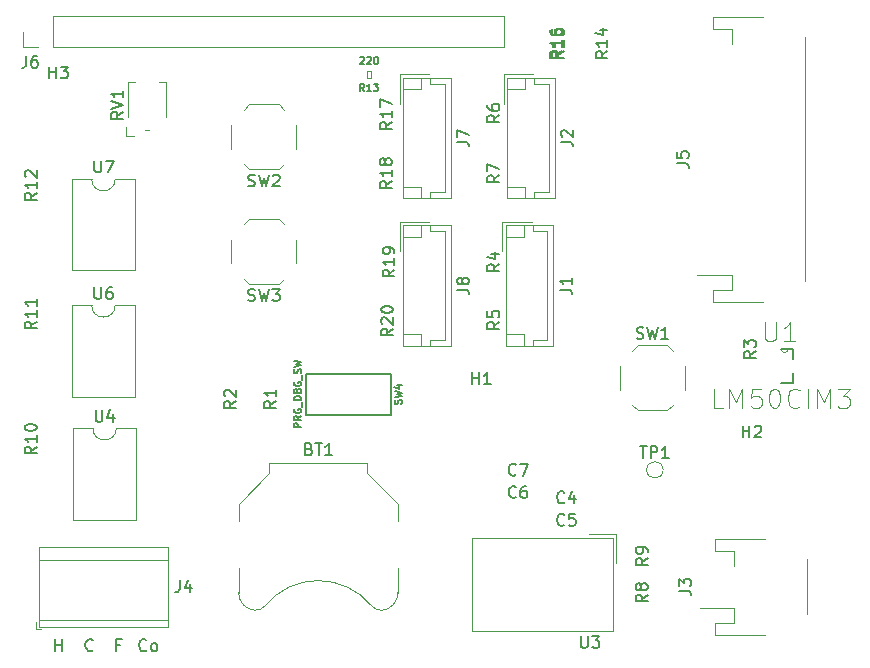
<source format=gbr>
G04 #@! TF.GenerationSoftware,KiCad,Pcbnew,(5.1.2)-2*
G04 #@! TF.CreationDate,2019-10-30T20:43:34-04:00*
G04 #@! TF.ProjectId,Thermostat_Layout,54686572-6d6f-4737-9461-745f4c61796f,rev?*
G04 #@! TF.SameCoordinates,Original*
G04 #@! TF.FileFunction,Legend,Top*
G04 #@! TF.FilePolarity,Positive*
%FSLAX46Y46*%
G04 Gerber Fmt 4.6, Leading zero omitted, Abs format (unit mm)*
G04 Created by KiCad (PCBNEW (5.1.2)-2) date 2019-10-30 20:43:34*
%MOMM*%
%LPD*%
G04 APERTURE LIST*
%ADD10C,0.150000*%
%ADD11C,0.100000*%
%ADD12C,0.152400*%
%ADD13C,0.120000*%
%ADD14C,0.203200*%
%ADD15C,0.066040*%
%ADD16C,0.050000*%
%ADD17C,0.127000*%
G04 APERTURE END LIST*
D10*
X127757142Y-122757142D02*
X127709523Y-122804761D01*
X127566666Y-122852380D01*
X127471428Y-122852380D01*
X127328571Y-122804761D01*
X127233333Y-122709523D01*
X127185714Y-122614285D01*
X127138095Y-122423809D01*
X127138095Y-122280952D01*
X127185714Y-122090476D01*
X127233333Y-121995238D01*
X127328571Y-121900000D01*
X127471428Y-121852380D01*
X127566666Y-121852380D01*
X127709523Y-121900000D01*
X127757142Y-121947619D01*
X128328571Y-122852380D02*
X128233333Y-122804761D01*
X128185714Y-122757142D01*
X128138095Y-122661904D01*
X128138095Y-122376190D01*
X128185714Y-122280952D01*
X128233333Y-122233333D01*
X128328571Y-122185714D01*
X128471428Y-122185714D01*
X128566666Y-122233333D01*
X128614285Y-122280952D01*
X128661904Y-122376190D01*
X128661904Y-122661904D01*
X128614285Y-122757142D01*
X128566666Y-122804761D01*
X128471428Y-122852380D01*
X128328571Y-122852380D01*
X125542857Y-122328571D02*
X125209523Y-122328571D01*
X125209523Y-122852380D02*
X125209523Y-121852380D01*
X125685714Y-121852380D01*
X123209523Y-122757142D02*
X123161904Y-122804761D01*
X123019047Y-122852380D01*
X122923809Y-122852380D01*
X122780952Y-122804761D01*
X122685714Y-122709523D01*
X122638095Y-122614285D01*
X122590476Y-122423809D01*
X122590476Y-122280952D01*
X122638095Y-122090476D01*
X122685714Y-121995238D01*
X122780952Y-121900000D01*
X122923809Y-121852380D01*
X123019047Y-121852380D01*
X123161904Y-121900000D01*
X123209523Y-121947619D01*
X120014285Y-122852380D02*
X120014285Y-121852380D01*
X120014285Y-122328571D02*
X120585714Y-122328571D01*
X120585714Y-122852380D02*
X120585714Y-121852380D01*
D11*
X182104800Y-97252194D02*
G75*
G02X181520600Y-97379200I-306178J1254D01*
G01*
D12*
X182104800Y-97252200D02*
X181444400Y-97252200D01*
X182460400Y-97252200D02*
X182104800Y-97252200D01*
X182460400Y-100147800D02*
X182460400Y-99309600D01*
X181444400Y-100147800D02*
X182460400Y-100147800D01*
X182460400Y-98090400D02*
X182460400Y-97252200D01*
D13*
X183710000Y-119740000D02*
X183710000Y-115060000D01*
X177490000Y-114360000D02*
X177490000Y-115640000D01*
X175890000Y-114360000D02*
X177490000Y-114360000D01*
X175890000Y-113340000D02*
X175890000Y-114360000D01*
X180140000Y-113340000D02*
X175890000Y-113340000D01*
X177490000Y-119160000D02*
X174600000Y-119160000D01*
X177490000Y-120440000D02*
X177490000Y-119160000D01*
X175890000Y-120440000D02*
X177490000Y-120440000D01*
X175890000Y-121460000D02*
X175890000Y-120440000D01*
X180140000Y-121460000D02*
X175890000Y-121460000D01*
X167220000Y-113280000D02*
X167220000Y-121130000D01*
X167220000Y-121130000D02*
X155280000Y-121130000D01*
X155280000Y-121130000D02*
X155280000Y-113280000D01*
X155280000Y-113280000D02*
X167220000Y-113280000D01*
X167550000Y-115400000D02*
X167550000Y-112950000D01*
X167550000Y-112950000D02*
X165220000Y-112950000D01*
X183510000Y-91540000D02*
X183510000Y-70860000D01*
X177290000Y-70160000D02*
X177290000Y-71440000D01*
X175690000Y-70160000D02*
X177290000Y-70160000D01*
X175690000Y-69140000D02*
X175690000Y-70160000D01*
X179940000Y-69140000D02*
X175690000Y-69140000D01*
X177290000Y-90960000D02*
X174400000Y-90960000D01*
X177290000Y-92240000D02*
X177290000Y-90960000D01*
X175690000Y-92240000D02*
X177290000Y-92240000D01*
X175690000Y-93260000D02*
X175690000Y-92240000D01*
X179940000Y-93260000D02*
X175690000Y-93260000D01*
X149190000Y-86490000D02*
X149190000Y-88990000D01*
X151690000Y-86490000D02*
X149190000Y-86490000D01*
X150990000Y-96010000D02*
X149490000Y-96010000D01*
X150990000Y-97010000D02*
X150990000Y-96010000D01*
X150990000Y-87790000D02*
X149490000Y-87790000D01*
X150990000Y-86790000D02*
X150990000Y-87790000D01*
X151800000Y-96510000D02*
X151800000Y-97010000D01*
X153010000Y-96510000D02*
X151800000Y-96510000D01*
X153010000Y-87290000D02*
X153010000Y-96510000D01*
X151800000Y-87290000D02*
X153010000Y-87290000D01*
X151800000Y-86790000D02*
X151800000Y-87290000D01*
X153510000Y-97010000D02*
X153510000Y-86790000D01*
X149490000Y-97010000D02*
X153510000Y-97010000D01*
X149490000Y-86790000D02*
X149490000Y-97010000D01*
X153510000Y-86790000D02*
X149490000Y-86790000D01*
X149190000Y-73990000D02*
X149190000Y-76490000D01*
X151690000Y-73990000D02*
X149190000Y-73990000D01*
X150990000Y-83510000D02*
X149490000Y-83510000D01*
X150990000Y-84510000D02*
X150990000Y-83510000D01*
X150990000Y-75290000D02*
X149490000Y-75290000D01*
X150990000Y-74290000D02*
X150990000Y-75290000D01*
X151800000Y-84010000D02*
X151800000Y-84510000D01*
X153010000Y-84010000D02*
X151800000Y-84010000D01*
X153010000Y-74790000D02*
X153010000Y-84010000D01*
X151800000Y-74790000D02*
X153010000Y-74790000D01*
X151800000Y-74290000D02*
X151800000Y-74790000D01*
X153510000Y-84510000D02*
X153510000Y-74290000D01*
X149490000Y-84510000D02*
X153510000Y-84510000D01*
X149490000Y-74290000D02*
X149490000Y-84510000D01*
X153510000Y-74290000D02*
X149490000Y-74290000D01*
X157990000Y-73990000D02*
X157990000Y-76490000D01*
X160490000Y-73990000D02*
X157990000Y-73990000D01*
X159790000Y-83510000D02*
X158290000Y-83510000D01*
X159790000Y-84510000D02*
X159790000Y-83510000D01*
X159790000Y-75290000D02*
X158290000Y-75290000D01*
X159790000Y-74290000D02*
X159790000Y-75290000D01*
X160600000Y-84010000D02*
X160600000Y-84510000D01*
X161810000Y-84010000D02*
X160600000Y-84010000D01*
X161810000Y-74790000D02*
X161810000Y-84010000D01*
X160600000Y-74790000D02*
X161810000Y-74790000D01*
X160600000Y-74290000D02*
X160600000Y-74790000D01*
X162310000Y-84510000D02*
X162310000Y-74290000D01*
X158290000Y-84510000D02*
X162310000Y-84510000D01*
X158290000Y-74290000D02*
X158290000Y-84510000D01*
X162310000Y-74290000D02*
X158290000Y-74290000D01*
X157890000Y-86490000D02*
X157890000Y-88990000D01*
X160390000Y-86490000D02*
X157890000Y-86490000D01*
X159690000Y-96010000D02*
X158190000Y-96010000D01*
X159690000Y-97010000D02*
X159690000Y-96010000D01*
X159690000Y-87790000D02*
X158190000Y-87790000D01*
X159690000Y-86790000D02*
X159690000Y-87790000D01*
X160500000Y-96510000D02*
X160500000Y-97010000D01*
X161710000Y-96510000D02*
X160500000Y-96510000D01*
X161710000Y-87290000D02*
X161710000Y-96510000D01*
X160500000Y-87290000D02*
X161710000Y-87290000D01*
X160500000Y-86790000D02*
X160500000Y-87290000D01*
X162210000Y-97010000D02*
X162210000Y-86790000D01*
X158190000Y-97010000D02*
X162210000Y-97010000D01*
X158190000Y-86790000D02*
X158190000Y-97010000D01*
X162210000Y-86790000D02*
X158190000Y-86790000D01*
X126760000Y-93570000D02*
X125110000Y-93570000D01*
X126760000Y-101310000D02*
X126760000Y-93570000D01*
X121460000Y-101310000D02*
X126760000Y-101310000D01*
X121460000Y-93570000D02*
X121460000Y-101310000D01*
X123110000Y-93570000D02*
X121460000Y-93570000D01*
X125110000Y-93570000D02*
G75*
G02X123110000Y-93570000I-1000000J0D01*
G01*
X126860000Y-103970000D02*
X125210000Y-103970000D01*
X126860000Y-111710000D02*
X126860000Y-103970000D01*
X121560000Y-111710000D02*
X126860000Y-111710000D01*
X121560000Y-103970000D02*
X121560000Y-111710000D01*
X123210000Y-103970000D02*
X121560000Y-103970000D01*
X125210000Y-103970000D02*
G75*
G02X123210000Y-103970000I-1000000J0D01*
G01*
D14*
X141300820Y-102847520D02*
X148499180Y-102847520D01*
X141300820Y-99352480D02*
X141300820Y-102847520D01*
X148499180Y-99352480D02*
X141300820Y-99352480D01*
X148499180Y-102847520D02*
X148499180Y-99352480D01*
D13*
X138950000Y-91750000D02*
X136450000Y-91750000D01*
X140450000Y-90000000D02*
X140450000Y-88000000D01*
X138950000Y-86250000D02*
X136450000Y-86250000D01*
X134950000Y-90000000D02*
X134950000Y-88000000D01*
X139400000Y-91300000D02*
X138950000Y-91750000D01*
X136000000Y-91300000D02*
X136450000Y-91750000D01*
X136000000Y-86700000D02*
X136450000Y-86250000D01*
X139400000Y-86700000D02*
X138950000Y-86250000D01*
X138950000Y-82050000D02*
X136450000Y-82050000D01*
X140450000Y-80300000D02*
X140450000Y-78300000D01*
X138950000Y-76550000D02*
X136450000Y-76550000D01*
X134950000Y-80300000D02*
X134950000Y-78300000D01*
X139400000Y-81600000D02*
X138950000Y-82050000D01*
X136000000Y-81600000D02*
X136450000Y-82050000D01*
X136000000Y-77000000D02*
X136450000Y-76550000D01*
X139400000Y-77000000D02*
X138950000Y-76550000D01*
D15*
X146798120Y-73700280D02*
X146798120Y-74299720D01*
X146798120Y-74299720D02*
X146401880Y-74299720D01*
X146401880Y-73700280D02*
X146401880Y-74299720D01*
X146798120Y-73700280D02*
X146401880Y-73700280D01*
D13*
X117270000Y-71730000D02*
X117270000Y-70400000D01*
X118600000Y-71730000D02*
X117270000Y-71730000D01*
X119870000Y-71730000D02*
X119870000Y-69070000D01*
X119870000Y-69070000D02*
X158030000Y-69070000D01*
X119870000Y-71730000D02*
X158030000Y-71730000D01*
X158030000Y-71730000D02*
X158030000Y-69070000D01*
X118440000Y-121010000D02*
X118840000Y-121010000D01*
X118440000Y-120370000D02*
X118440000Y-121010000D01*
X129541000Y-114030000D02*
X129541000Y-120770000D01*
X118680000Y-114030000D02*
X118680000Y-120770000D01*
X118680000Y-120770000D02*
X129541000Y-120770000D01*
X118680000Y-114030000D02*
X129541000Y-114030000D01*
X118680000Y-115150000D02*
X129541000Y-115150000D01*
X118680000Y-120250000D02*
X129541000Y-120250000D01*
X126760000Y-82870000D02*
X125110000Y-82870000D01*
X126760000Y-90610000D02*
X126760000Y-82870000D01*
X121460000Y-90610000D02*
X126760000Y-90610000D01*
X121460000Y-82870000D02*
X121460000Y-90610000D01*
X123110000Y-82870000D02*
X121460000Y-82870000D01*
X125110000Y-82870000D02*
G75*
G02X123110000Y-82870000I-1000000J0D01*
G01*
X171500000Y-107500000D02*
G75*
G03X171500000Y-107500000I-700000J0D01*
G01*
X169350000Y-96950000D02*
X171850000Y-96950000D01*
X167850000Y-98700000D02*
X167850000Y-100700000D01*
X169350000Y-102450000D02*
X171850000Y-102450000D01*
X173350000Y-98700000D02*
X173350000Y-100700000D01*
X168900000Y-97400000D02*
X169350000Y-96950000D01*
X172300000Y-97400000D02*
X171850000Y-96950000D01*
X172300000Y-102000000D02*
X171850000Y-102450000D01*
X168900000Y-102000000D02*
X169350000Y-102450000D01*
X126000000Y-79200000D02*
X126700000Y-79200000D01*
X126000000Y-78500000D02*
X126000000Y-79200000D01*
X129400000Y-74700000D02*
X128800000Y-74700000D01*
X129400000Y-77600000D02*
X129400000Y-74700000D01*
X126200000Y-74700000D02*
X126800000Y-74700000D01*
X126200000Y-77600000D02*
X126200000Y-74700000D01*
X127600000Y-78700000D02*
X128000000Y-78700000D01*
X149050000Y-110350000D02*
X149050000Y-111800000D01*
X146450000Y-107750000D02*
X149050000Y-110350000D01*
X146450000Y-106950000D02*
X146450000Y-107750000D01*
X138150000Y-106950000D02*
X146450000Y-106950000D01*
X138150000Y-107750000D02*
X138150000Y-106950000D01*
X135550000Y-110350000D02*
X138150000Y-107750000D01*
X135550000Y-111800000D02*
X135550000Y-110350000D01*
X135550000Y-115800000D02*
X135550000Y-117900000D01*
X149050000Y-115800000D02*
X149050000Y-117900000D01*
X135550000Y-117850000D02*
G75*
G03X137000000Y-119400000I1500000J-50000D01*
G01*
X149050000Y-117850000D02*
G75*
G02X147600000Y-119400000I-1500000J-50000D01*
G01*
X146790661Y-118988671D02*
G75*
G03X137800000Y-119000000I-4490661J-3711329D01*
G01*
X136885385Y-119384160D02*
G75*
G03X137800000Y-119000000I124615J984160D01*
G01*
X147714615Y-119384160D02*
G75*
G02X146800000Y-119000000I-124615J984160D01*
G01*
D16*
X180091232Y-94978051D02*
X180091232Y-96307257D01*
X180169421Y-96463634D01*
X180247610Y-96541822D01*
X180403987Y-96620011D01*
X180716741Y-96620011D01*
X180873118Y-96541822D01*
X180951307Y-96463634D01*
X181029495Y-96307257D01*
X181029495Y-94978051D01*
X182671455Y-96620011D02*
X181733192Y-96620011D01*
X182202324Y-96620011D02*
X182202324Y-94978051D01*
X182045947Y-95212617D01*
X181889570Y-95368994D01*
X181733192Y-95447182D01*
X176569020Y-102265512D02*
X175787143Y-102265512D01*
X175787143Y-100623572D01*
X177116333Y-102265512D02*
X177116333Y-100623572D01*
X177663646Y-101796386D01*
X178210960Y-100623572D01*
X178210960Y-102265512D01*
X179774712Y-100623572D02*
X178992836Y-100623572D01*
X178914648Y-101405448D01*
X178992836Y-101327260D01*
X179149211Y-101249073D01*
X179540149Y-101249073D01*
X179696524Y-101327260D01*
X179774712Y-101405448D01*
X179852900Y-101561823D01*
X179852900Y-101952761D01*
X179774712Y-102109137D01*
X179696524Y-102187324D01*
X179540149Y-102265512D01*
X179149211Y-102265512D01*
X178992836Y-102187324D01*
X178914648Y-102109137D01*
X180869339Y-100623572D02*
X181025714Y-100623572D01*
X181182089Y-100701760D01*
X181260277Y-100779947D01*
X181338464Y-100936322D01*
X181416652Y-101249073D01*
X181416652Y-101640011D01*
X181338464Y-101952761D01*
X181260277Y-102109137D01*
X181182089Y-102187324D01*
X181025714Y-102265512D01*
X180869339Y-102265512D01*
X180712963Y-102187324D01*
X180634776Y-102109137D01*
X180556588Y-101952761D01*
X180478400Y-101640011D01*
X180478400Y-101249073D01*
X180556588Y-100936322D01*
X180634776Y-100779947D01*
X180712963Y-100701760D01*
X180869339Y-100623572D01*
X183058592Y-102109137D02*
X182980404Y-102187324D01*
X182745841Y-102265512D01*
X182589466Y-102265512D01*
X182354903Y-102187324D01*
X182198528Y-102030949D01*
X182120340Y-101874574D01*
X182042153Y-101561823D01*
X182042153Y-101327260D01*
X182120340Y-101014510D01*
X182198528Y-100858135D01*
X182354903Y-100701760D01*
X182589466Y-100623572D01*
X182745841Y-100623572D01*
X182980404Y-100701760D01*
X183058592Y-100779947D01*
X183762280Y-102265512D02*
X183762280Y-100623572D01*
X184544157Y-102265512D02*
X184544157Y-100623572D01*
X185091470Y-101796386D01*
X185638783Y-100623572D01*
X185638783Y-102265512D01*
X186264284Y-100623572D02*
X187280723Y-100623572D01*
X186733410Y-101249073D01*
X186967973Y-101249073D01*
X187124348Y-101327260D01*
X187202536Y-101405448D01*
X187280723Y-101561823D01*
X187280723Y-101952761D01*
X187202536Y-102109137D01*
X187124348Y-102187324D01*
X186967973Y-102265512D01*
X186498847Y-102265512D01*
X186342472Y-102187324D01*
X186264284Y-102109137D01*
D10*
X119538095Y-74352380D02*
X119538095Y-73352380D01*
X119538095Y-73828571D02*
X120109523Y-73828571D01*
X120109523Y-74352380D02*
X120109523Y-73352380D01*
X120490476Y-73352380D02*
X121109523Y-73352380D01*
X120776190Y-73733333D01*
X120919047Y-73733333D01*
X121014285Y-73780952D01*
X121061904Y-73828571D01*
X121109523Y-73923809D01*
X121109523Y-74161904D01*
X121061904Y-74257142D01*
X121014285Y-74304761D01*
X120919047Y-74352380D01*
X120633333Y-74352380D01*
X120538095Y-74304761D01*
X120490476Y-74257142D01*
X178238095Y-104752380D02*
X178238095Y-103752380D01*
X178238095Y-104228571D02*
X178809523Y-104228571D01*
X178809523Y-104752380D02*
X178809523Y-103752380D01*
X179238095Y-103847619D02*
X179285714Y-103800000D01*
X179380952Y-103752380D01*
X179619047Y-103752380D01*
X179714285Y-103800000D01*
X179761904Y-103847619D01*
X179809523Y-103942857D01*
X179809523Y-104038095D01*
X179761904Y-104180952D01*
X179190476Y-104752380D01*
X179809523Y-104752380D01*
X155338095Y-100252380D02*
X155338095Y-99252380D01*
X155338095Y-99728571D02*
X155909523Y-99728571D01*
X155909523Y-100252380D02*
X155909523Y-99252380D01*
X156909523Y-100252380D02*
X156338095Y-100252380D01*
X156623809Y-100252380D02*
X156623809Y-99252380D01*
X156528571Y-99395238D01*
X156433333Y-99490476D01*
X156338095Y-99538095D01*
X172852380Y-117733333D02*
X173566666Y-117733333D01*
X173709523Y-117780952D01*
X173804761Y-117876190D01*
X173852380Y-118019047D01*
X173852380Y-118114285D01*
X172852380Y-117352380D02*
X172852380Y-116733333D01*
X173233333Y-117066666D01*
X173233333Y-116923809D01*
X173280952Y-116828571D01*
X173328571Y-116780952D01*
X173423809Y-116733333D01*
X173661904Y-116733333D01*
X173757142Y-116780952D01*
X173804761Y-116828571D01*
X173852380Y-116923809D01*
X173852380Y-117209523D01*
X173804761Y-117304761D01*
X173757142Y-117352380D01*
X164538095Y-121562380D02*
X164538095Y-122371904D01*
X164585714Y-122467142D01*
X164633333Y-122514761D01*
X164728571Y-122562380D01*
X164919047Y-122562380D01*
X165014285Y-122514761D01*
X165061904Y-122467142D01*
X165109523Y-122371904D01*
X165109523Y-121562380D01*
X165490476Y-121562380D02*
X166109523Y-121562380D01*
X165776190Y-121943333D01*
X165919047Y-121943333D01*
X166014285Y-121990952D01*
X166061904Y-122038571D01*
X166109523Y-122133809D01*
X166109523Y-122371904D01*
X166061904Y-122467142D01*
X166014285Y-122514761D01*
X165919047Y-122562380D01*
X165633333Y-122562380D01*
X165538095Y-122514761D01*
X165490476Y-122467142D01*
X172652380Y-81533333D02*
X173366666Y-81533333D01*
X173509523Y-81580952D01*
X173604761Y-81676190D01*
X173652380Y-81819047D01*
X173652380Y-81914285D01*
X172652380Y-80580952D02*
X172652380Y-81057142D01*
X173128571Y-81104761D01*
X173080952Y-81057142D01*
X173033333Y-80961904D01*
X173033333Y-80723809D01*
X173080952Y-80628571D01*
X173128571Y-80580952D01*
X173223809Y-80533333D01*
X173461904Y-80533333D01*
X173557142Y-80580952D01*
X173604761Y-80628571D01*
X173652380Y-80723809D01*
X173652380Y-80961904D01*
X173604761Y-81057142D01*
X173557142Y-81104761D01*
X154052380Y-92233333D02*
X154766666Y-92233333D01*
X154909523Y-92280952D01*
X155004761Y-92376190D01*
X155052380Y-92519047D01*
X155052380Y-92614285D01*
X154480952Y-91614285D02*
X154433333Y-91709523D01*
X154385714Y-91757142D01*
X154290476Y-91804761D01*
X154242857Y-91804761D01*
X154147619Y-91757142D01*
X154100000Y-91709523D01*
X154052380Y-91614285D01*
X154052380Y-91423809D01*
X154100000Y-91328571D01*
X154147619Y-91280952D01*
X154242857Y-91233333D01*
X154290476Y-91233333D01*
X154385714Y-91280952D01*
X154433333Y-91328571D01*
X154480952Y-91423809D01*
X154480952Y-91614285D01*
X154528571Y-91709523D01*
X154576190Y-91757142D01*
X154671428Y-91804761D01*
X154861904Y-91804761D01*
X154957142Y-91757142D01*
X155004761Y-91709523D01*
X155052380Y-91614285D01*
X155052380Y-91423809D01*
X155004761Y-91328571D01*
X154957142Y-91280952D01*
X154861904Y-91233333D01*
X154671428Y-91233333D01*
X154576190Y-91280952D01*
X154528571Y-91328571D01*
X154480952Y-91423809D01*
X154052380Y-79733333D02*
X154766666Y-79733333D01*
X154909523Y-79780952D01*
X155004761Y-79876190D01*
X155052380Y-80019047D01*
X155052380Y-80114285D01*
X154052380Y-79352380D02*
X154052380Y-78685714D01*
X155052380Y-79114285D01*
X162852380Y-79733333D02*
X163566666Y-79733333D01*
X163709523Y-79780952D01*
X163804761Y-79876190D01*
X163852380Y-80019047D01*
X163852380Y-80114285D01*
X162947619Y-79304761D02*
X162900000Y-79257142D01*
X162852380Y-79161904D01*
X162852380Y-78923809D01*
X162900000Y-78828571D01*
X162947619Y-78780952D01*
X163042857Y-78733333D01*
X163138095Y-78733333D01*
X163280952Y-78780952D01*
X163852380Y-79352380D01*
X163852380Y-78733333D01*
X162752380Y-92233333D02*
X163466666Y-92233333D01*
X163609523Y-92280952D01*
X163704761Y-92376190D01*
X163752380Y-92519047D01*
X163752380Y-92614285D01*
X163752380Y-91233333D02*
X163752380Y-91804761D01*
X163752380Y-91519047D02*
X162752380Y-91519047D01*
X162895238Y-91614285D01*
X162990476Y-91709523D01*
X163038095Y-91804761D01*
X123348095Y-92022380D02*
X123348095Y-92831904D01*
X123395714Y-92927142D01*
X123443333Y-92974761D01*
X123538571Y-93022380D01*
X123729047Y-93022380D01*
X123824285Y-92974761D01*
X123871904Y-92927142D01*
X123919523Y-92831904D01*
X123919523Y-92022380D01*
X124824285Y-92022380D02*
X124633809Y-92022380D01*
X124538571Y-92070000D01*
X124490952Y-92117619D01*
X124395714Y-92260476D01*
X124348095Y-92450952D01*
X124348095Y-92831904D01*
X124395714Y-92927142D01*
X124443333Y-92974761D01*
X124538571Y-93022380D01*
X124729047Y-93022380D01*
X124824285Y-92974761D01*
X124871904Y-92927142D01*
X124919523Y-92831904D01*
X124919523Y-92593809D01*
X124871904Y-92498571D01*
X124824285Y-92450952D01*
X124729047Y-92403333D01*
X124538571Y-92403333D01*
X124443333Y-92450952D01*
X124395714Y-92498571D01*
X124348095Y-92593809D01*
X123448095Y-102422380D02*
X123448095Y-103231904D01*
X123495714Y-103327142D01*
X123543333Y-103374761D01*
X123638571Y-103422380D01*
X123829047Y-103422380D01*
X123924285Y-103374761D01*
X123971904Y-103327142D01*
X124019523Y-103231904D01*
X124019523Y-102422380D01*
X124924285Y-102755714D02*
X124924285Y-103422380D01*
X124686190Y-102374761D02*
X124448095Y-103089047D01*
X125067142Y-103089047D01*
D17*
X149337742Y-101912800D02*
X149366771Y-101825714D01*
X149366771Y-101680571D01*
X149337742Y-101622514D01*
X149308714Y-101593485D01*
X149250657Y-101564457D01*
X149192600Y-101564457D01*
X149134542Y-101593485D01*
X149105514Y-101622514D01*
X149076485Y-101680571D01*
X149047457Y-101796685D01*
X149018428Y-101854742D01*
X148989400Y-101883771D01*
X148931342Y-101912800D01*
X148873285Y-101912800D01*
X148815228Y-101883771D01*
X148786200Y-101854742D01*
X148757171Y-101796685D01*
X148757171Y-101651542D01*
X148786200Y-101564457D01*
X148757171Y-101361257D02*
X149366771Y-101216114D01*
X148931342Y-101100000D01*
X149366771Y-100983885D01*
X148757171Y-100838742D01*
X148960371Y-100345257D02*
X149366771Y-100345257D01*
X148728142Y-100490400D02*
X149163571Y-100635542D01*
X149163571Y-100258171D01*
X140857771Y-103886742D02*
X140248171Y-103886742D01*
X140248171Y-103654514D01*
X140277200Y-103596457D01*
X140306228Y-103567428D01*
X140364285Y-103538400D01*
X140451371Y-103538400D01*
X140509428Y-103567428D01*
X140538457Y-103596457D01*
X140567485Y-103654514D01*
X140567485Y-103886742D01*
X140857771Y-102928800D02*
X140567485Y-103132000D01*
X140857771Y-103277142D02*
X140248171Y-103277142D01*
X140248171Y-103044914D01*
X140277200Y-102986857D01*
X140306228Y-102957828D01*
X140364285Y-102928800D01*
X140451371Y-102928800D01*
X140509428Y-102957828D01*
X140538457Y-102986857D01*
X140567485Y-103044914D01*
X140567485Y-103277142D01*
X140277200Y-102348228D02*
X140248171Y-102406285D01*
X140248171Y-102493371D01*
X140277200Y-102580457D01*
X140335257Y-102638514D01*
X140393314Y-102667542D01*
X140509428Y-102696571D01*
X140596514Y-102696571D01*
X140712628Y-102667542D01*
X140770685Y-102638514D01*
X140828742Y-102580457D01*
X140857771Y-102493371D01*
X140857771Y-102435314D01*
X140828742Y-102348228D01*
X140799714Y-102319200D01*
X140596514Y-102319200D01*
X140596514Y-102435314D01*
X140915828Y-102203085D02*
X140915828Y-101738628D01*
X140857771Y-101593485D02*
X140248171Y-101593485D01*
X140248171Y-101448342D01*
X140277200Y-101361257D01*
X140335257Y-101303200D01*
X140393314Y-101274171D01*
X140509428Y-101245142D01*
X140596514Y-101245142D01*
X140712628Y-101274171D01*
X140770685Y-101303200D01*
X140828742Y-101361257D01*
X140857771Y-101448342D01*
X140857771Y-101593485D01*
X140538457Y-100780685D02*
X140567485Y-100693600D01*
X140596514Y-100664571D01*
X140654571Y-100635542D01*
X140741657Y-100635542D01*
X140799714Y-100664571D01*
X140828742Y-100693600D01*
X140857771Y-100751657D01*
X140857771Y-100983885D01*
X140248171Y-100983885D01*
X140248171Y-100780685D01*
X140277200Y-100722628D01*
X140306228Y-100693600D01*
X140364285Y-100664571D01*
X140422342Y-100664571D01*
X140480400Y-100693600D01*
X140509428Y-100722628D01*
X140538457Y-100780685D01*
X140538457Y-100983885D01*
X140277200Y-100054971D02*
X140248171Y-100113028D01*
X140248171Y-100200114D01*
X140277200Y-100287200D01*
X140335257Y-100345257D01*
X140393314Y-100374285D01*
X140509428Y-100403314D01*
X140596514Y-100403314D01*
X140712628Y-100374285D01*
X140770685Y-100345257D01*
X140828742Y-100287200D01*
X140857771Y-100200114D01*
X140857771Y-100142057D01*
X140828742Y-100054971D01*
X140799714Y-100025942D01*
X140596514Y-100025942D01*
X140596514Y-100142057D01*
X140915828Y-99909828D02*
X140915828Y-99445371D01*
X140828742Y-99329257D02*
X140857771Y-99242171D01*
X140857771Y-99097028D01*
X140828742Y-99038971D01*
X140799714Y-99009942D01*
X140741657Y-98980914D01*
X140683600Y-98980914D01*
X140625542Y-99009942D01*
X140596514Y-99038971D01*
X140567485Y-99097028D01*
X140538457Y-99213142D01*
X140509428Y-99271200D01*
X140480400Y-99300228D01*
X140422342Y-99329257D01*
X140364285Y-99329257D01*
X140306228Y-99300228D01*
X140277200Y-99271200D01*
X140248171Y-99213142D01*
X140248171Y-99068000D01*
X140277200Y-98980914D01*
X140248171Y-98777714D02*
X140857771Y-98632571D01*
X140422342Y-98516457D01*
X140857771Y-98400342D01*
X140248171Y-98255200D01*
D10*
X136366666Y-93154761D02*
X136509523Y-93202380D01*
X136747619Y-93202380D01*
X136842857Y-93154761D01*
X136890476Y-93107142D01*
X136938095Y-93011904D01*
X136938095Y-92916666D01*
X136890476Y-92821428D01*
X136842857Y-92773809D01*
X136747619Y-92726190D01*
X136557142Y-92678571D01*
X136461904Y-92630952D01*
X136414285Y-92583333D01*
X136366666Y-92488095D01*
X136366666Y-92392857D01*
X136414285Y-92297619D01*
X136461904Y-92250000D01*
X136557142Y-92202380D01*
X136795238Y-92202380D01*
X136938095Y-92250000D01*
X137271428Y-92202380D02*
X137509523Y-93202380D01*
X137700000Y-92488095D01*
X137890476Y-93202380D01*
X138128571Y-92202380D01*
X138414285Y-92202380D02*
X139033333Y-92202380D01*
X138700000Y-92583333D01*
X138842857Y-92583333D01*
X138938095Y-92630952D01*
X138985714Y-92678571D01*
X139033333Y-92773809D01*
X139033333Y-93011904D01*
X138985714Y-93107142D01*
X138938095Y-93154761D01*
X138842857Y-93202380D01*
X138557142Y-93202380D01*
X138461904Y-93154761D01*
X138414285Y-93107142D01*
X136366666Y-83454761D02*
X136509523Y-83502380D01*
X136747619Y-83502380D01*
X136842857Y-83454761D01*
X136890476Y-83407142D01*
X136938095Y-83311904D01*
X136938095Y-83216666D01*
X136890476Y-83121428D01*
X136842857Y-83073809D01*
X136747619Y-83026190D01*
X136557142Y-82978571D01*
X136461904Y-82930952D01*
X136414285Y-82883333D01*
X136366666Y-82788095D01*
X136366666Y-82692857D01*
X136414285Y-82597619D01*
X136461904Y-82550000D01*
X136557142Y-82502380D01*
X136795238Y-82502380D01*
X136938095Y-82550000D01*
X137271428Y-82502380D02*
X137509523Y-83502380D01*
X137700000Y-82788095D01*
X137890476Y-83502380D01*
X138128571Y-82502380D01*
X138461904Y-82597619D02*
X138509523Y-82550000D01*
X138604761Y-82502380D01*
X138842857Y-82502380D01*
X138938095Y-82550000D01*
X138985714Y-82597619D01*
X139033333Y-82692857D01*
X139033333Y-82788095D01*
X138985714Y-82930952D01*
X138414285Y-83502380D01*
X139033333Y-83502380D01*
X148622380Y-95542857D02*
X148146190Y-95876190D01*
X148622380Y-96114285D02*
X147622380Y-96114285D01*
X147622380Y-95733333D01*
X147670000Y-95638095D01*
X147717619Y-95590476D01*
X147812857Y-95542857D01*
X147955714Y-95542857D01*
X148050952Y-95590476D01*
X148098571Y-95638095D01*
X148146190Y-95733333D01*
X148146190Y-96114285D01*
X147717619Y-95161904D02*
X147670000Y-95114285D01*
X147622380Y-95019047D01*
X147622380Y-94780952D01*
X147670000Y-94685714D01*
X147717619Y-94638095D01*
X147812857Y-94590476D01*
X147908095Y-94590476D01*
X148050952Y-94638095D01*
X148622380Y-95209523D01*
X148622380Y-94590476D01*
X147622380Y-93971428D02*
X147622380Y-93876190D01*
X147670000Y-93780952D01*
X147717619Y-93733333D01*
X147812857Y-93685714D01*
X148003333Y-93638095D01*
X148241428Y-93638095D01*
X148431904Y-93685714D01*
X148527142Y-93733333D01*
X148574761Y-93780952D01*
X148622380Y-93876190D01*
X148622380Y-93971428D01*
X148574761Y-94066666D01*
X148527142Y-94114285D01*
X148431904Y-94161904D01*
X148241428Y-94209523D01*
X148003333Y-94209523D01*
X147812857Y-94161904D01*
X147717619Y-94114285D01*
X147670000Y-94066666D01*
X147622380Y-93971428D01*
X148752380Y-90542857D02*
X148276190Y-90876190D01*
X148752380Y-91114285D02*
X147752380Y-91114285D01*
X147752380Y-90733333D01*
X147800000Y-90638095D01*
X147847619Y-90590476D01*
X147942857Y-90542857D01*
X148085714Y-90542857D01*
X148180952Y-90590476D01*
X148228571Y-90638095D01*
X148276190Y-90733333D01*
X148276190Y-91114285D01*
X148752380Y-89590476D02*
X148752380Y-90161904D01*
X148752380Y-89876190D02*
X147752380Y-89876190D01*
X147895238Y-89971428D01*
X147990476Y-90066666D01*
X148038095Y-90161904D01*
X148752380Y-89114285D02*
X148752380Y-88923809D01*
X148704761Y-88828571D01*
X148657142Y-88780952D01*
X148514285Y-88685714D01*
X148323809Y-88638095D01*
X147942857Y-88638095D01*
X147847619Y-88685714D01*
X147800000Y-88733333D01*
X147752380Y-88828571D01*
X147752380Y-89019047D01*
X147800000Y-89114285D01*
X147847619Y-89161904D01*
X147942857Y-89209523D01*
X148180952Y-89209523D01*
X148276190Y-89161904D01*
X148323809Y-89114285D01*
X148371428Y-89019047D01*
X148371428Y-88828571D01*
X148323809Y-88733333D01*
X148276190Y-88685714D01*
X148180952Y-88638095D01*
X148522380Y-83042857D02*
X148046190Y-83376190D01*
X148522380Y-83614285D02*
X147522380Y-83614285D01*
X147522380Y-83233333D01*
X147570000Y-83138095D01*
X147617619Y-83090476D01*
X147712857Y-83042857D01*
X147855714Y-83042857D01*
X147950952Y-83090476D01*
X147998571Y-83138095D01*
X148046190Y-83233333D01*
X148046190Y-83614285D01*
X148522380Y-82090476D02*
X148522380Y-82661904D01*
X148522380Y-82376190D02*
X147522380Y-82376190D01*
X147665238Y-82471428D01*
X147760476Y-82566666D01*
X147808095Y-82661904D01*
X147950952Y-81519047D02*
X147903333Y-81614285D01*
X147855714Y-81661904D01*
X147760476Y-81709523D01*
X147712857Y-81709523D01*
X147617619Y-81661904D01*
X147570000Y-81614285D01*
X147522380Y-81519047D01*
X147522380Y-81328571D01*
X147570000Y-81233333D01*
X147617619Y-81185714D01*
X147712857Y-81138095D01*
X147760476Y-81138095D01*
X147855714Y-81185714D01*
X147903333Y-81233333D01*
X147950952Y-81328571D01*
X147950952Y-81519047D01*
X147998571Y-81614285D01*
X148046190Y-81661904D01*
X148141428Y-81709523D01*
X148331904Y-81709523D01*
X148427142Y-81661904D01*
X148474761Y-81614285D01*
X148522380Y-81519047D01*
X148522380Y-81328571D01*
X148474761Y-81233333D01*
X148427142Y-81185714D01*
X148331904Y-81138095D01*
X148141428Y-81138095D01*
X148046190Y-81185714D01*
X147998571Y-81233333D01*
X147950952Y-81328571D01*
X148522380Y-78042857D02*
X148046190Y-78376190D01*
X148522380Y-78614285D02*
X147522380Y-78614285D01*
X147522380Y-78233333D01*
X147570000Y-78138095D01*
X147617619Y-78090476D01*
X147712857Y-78042857D01*
X147855714Y-78042857D01*
X147950952Y-78090476D01*
X147998571Y-78138095D01*
X148046190Y-78233333D01*
X148046190Y-78614285D01*
X148522380Y-77090476D02*
X148522380Y-77661904D01*
X148522380Y-77376190D02*
X147522380Y-77376190D01*
X147665238Y-77471428D01*
X147760476Y-77566666D01*
X147808095Y-77661904D01*
X147522380Y-76757142D02*
X147522380Y-76090476D01*
X148522380Y-76519047D01*
X162922380Y-72042857D02*
X162446190Y-72376190D01*
X162922380Y-72614285D02*
X161922380Y-72614285D01*
X161922380Y-72233333D01*
X161970000Y-72138095D01*
X162017619Y-72090476D01*
X162112857Y-72042857D01*
X162255714Y-72042857D01*
X162350952Y-72090476D01*
X162398571Y-72138095D01*
X162446190Y-72233333D01*
X162446190Y-72614285D01*
X162922380Y-71090476D02*
X162922380Y-71661904D01*
X162922380Y-71376190D02*
X161922380Y-71376190D01*
X162065238Y-71471428D01*
X162160476Y-71566666D01*
X162208095Y-71661904D01*
X161922380Y-70233333D02*
X161922380Y-70423809D01*
X161970000Y-70519047D01*
X162017619Y-70566666D01*
X162160476Y-70661904D01*
X162350952Y-70709523D01*
X162731904Y-70709523D01*
X162827142Y-70661904D01*
X162874761Y-70614285D01*
X162922380Y-70519047D01*
X162922380Y-70328571D01*
X162874761Y-70233333D01*
X162827142Y-70185714D01*
X162731904Y-70138095D01*
X162493809Y-70138095D01*
X162398571Y-70185714D01*
X162350952Y-70233333D01*
X162303333Y-70328571D01*
X162303333Y-70519047D01*
X162350952Y-70614285D01*
X162398571Y-70661904D01*
X162493809Y-70709523D01*
X163082380Y-72042857D02*
X162606190Y-72376190D01*
X163082380Y-72614285D02*
X162082380Y-72614285D01*
X162082380Y-72233333D01*
X162130000Y-72138095D01*
X162177619Y-72090476D01*
X162272857Y-72042857D01*
X162415714Y-72042857D01*
X162510952Y-72090476D01*
X162558571Y-72138095D01*
X162606190Y-72233333D01*
X162606190Y-72614285D01*
X163082380Y-71090476D02*
X163082380Y-71661904D01*
X163082380Y-71376190D02*
X162082380Y-71376190D01*
X162225238Y-71471428D01*
X162320476Y-71566666D01*
X162368095Y-71661904D01*
X162082380Y-70185714D02*
X162082380Y-70661904D01*
X162558571Y-70709523D01*
X162510952Y-70661904D01*
X162463333Y-70566666D01*
X162463333Y-70328571D01*
X162510952Y-70233333D01*
X162558571Y-70185714D01*
X162653809Y-70138095D01*
X162891904Y-70138095D01*
X162987142Y-70185714D01*
X163034761Y-70233333D01*
X163082380Y-70328571D01*
X163082380Y-70566666D01*
X163034761Y-70661904D01*
X162987142Y-70709523D01*
X166782380Y-72042857D02*
X166306190Y-72376190D01*
X166782380Y-72614285D02*
X165782380Y-72614285D01*
X165782380Y-72233333D01*
X165830000Y-72138095D01*
X165877619Y-72090476D01*
X165972857Y-72042857D01*
X166115714Y-72042857D01*
X166210952Y-72090476D01*
X166258571Y-72138095D01*
X166306190Y-72233333D01*
X166306190Y-72614285D01*
X166782380Y-71090476D02*
X166782380Y-71661904D01*
X166782380Y-71376190D02*
X165782380Y-71376190D01*
X165925238Y-71471428D01*
X166020476Y-71566666D01*
X166068095Y-71661904D01*
X166115714Y-70233333D02*
X166782380Y-70233333D01*
X165734761Y-70471428D02*
X166449047Y-70709523D01*
X166449047Y-70090476D01*
D17*
X146208114Y-75418771D02*
X146004914Y-75128485D01*
X145859771Y-75418771D02*
X145859771Y-74809171D01*
X146092000Y-74809171D01*
X146150057Y-74838200D01*
X146179085Y-74867228D01*
X146208114Y-74925285D01*
X146208114Y-75012371D01*
X146179085Y-75070428D01*
X146150057Y-75099457D01*
X146092000Y-75128485D01*
X145859771Y-75128485D01*
X146788685Y-75418771D02*
X146440342Y-75418771D01*
X146614514Y-75418771D02*
X146614514Y-74809171D01*
X146556457Y-74896257D01*
X146498400Y-74954314D01*
X146440342Y-74983342D01*
X146991885Y-74809171D02*
X147369257Y-74809171D01*
X147166057Y-75041400D01*
X147253142Y-75041400D01*
X147311200Y-75070428D01*
X147340228Y-75099457D01*
X147369257Y-75157514D01*
X147369257Y-75302657D01*
X147340228Y-75360714D01*
X147311200Y-75389742D01*
X147253142Y-75418771D01*
X147078971Y-75418771D01*
X147020914Y-75389742D01*
X146991885Y-75360714D01*
X145845257Y-72581228D02*
X145874285Y-72552200D01*
X145932342Y-72523171D01*
X146077485Y-72523171D01*
X146135542Y-72552200D01*
X146164571Y-72581228D01*
X146193600Y-72639285D01*
X146193600Y-72697342D01*
X146164571Y-72784428D01*
X145816228Y-73132771D01*
X146193600Y-73132771D01*
X146425828Y-72581228D02*
X146454857Y-72552200D01*
X146512914Y-72523171D01*
X146658057Y-72523171D01*
X146716114Y-72552200D01*
X146745142Y-72581228D01*
X146774171Y-72639285D01*
X146774171Y-72697342D01*
X146745142Y-72784428D01*
X146396800Y-73132771D01*
X146774171Y-73132771D01*
X147151542Y-72523171D02*
X147209600Y-72523171D01*
X147267657Y-72552200D01*
X147296685Y-72581228D01*
X147325714Y-72639285D01*
X147354742Y-72755400D01*
X147354742Y-72900542D01*
X147325714Y-73016657D01*
X147296685Y-73074714D01*
X147267657Y-73103742D01*
X147209600Y-73132771D01*
X147151542Y-73132771D01*
X147093485Y-73103742D01*
X147064457Y-73074714D01*
X147035428Y-73016657D01*
X147006400Y-72900542D01*
X147006400Y-72755400D01*
X147035428Y-72639285D01*
X147064457Y-72581228D01*
X147093485Y-72552200D01*
X147151542Y-72523171D01*
D10*
X118452380Y-84042857D02*
X117976190Y-84376190D01*
X118452380Y-84614285D02*
X117452380Y-84614285D01*
X117452380Y-84233333D01*
X117500000Y-84138095D01*
X117547619Y-84090476D01*
X117642857Y-84042857D01*
X117785714Y-84042857D01*
X117880952Y-84090476D01*
X117928571Y-84138095D01*
X117976190Y-84233333D01*
X117976190Y-84614285D01*
X118452380Y-83090476D02*
X118452380Y-83661904D01*
X118452380Y-83376190D02*
X117452380Y-83376190D01*
X117595238Y-83471428D01*
X117690476Y-83566666D01*
X117738095Y-83661904D01*
X117547619Y-82709523D02*
X117500000Y-82661904D01*
X117452380Y-82566666D01*
X117452380Y-82328571D01*
X117500000Y-82233333D01*
X117547619Y-82185714D01*
X117642857Y-82138095D01*
X117738095Y-82138095D01*
X117880952Y-82185714D01*
X118452380Y-82757142D01*
X118452380Y-82138095D01*
X118452380Y-94942857D02*
X117976190Y-95276190D01*
X118452380Y-95514285D02*
X117452380Y-95514285D01*
X117452380Y-95133333D01*
X117500000Y-95038095D01*
X117547619Y-94990476D01*
X117642857Y-94942857D01*
X117785714Y-94942857D01*
X117880952Y-94990476D01*
X117928571Y-95038095D01*
X117976190Y-95133333D01*
X117976190Y-95514285D01*
X118452380Y-93990476D02*
X118452380Y-94561904D01*
X118452380Y-94276190D02*
X117452380Y-94276190D01*
X117595238Y-94371428D01*
X117690476Y-94466666D01*
X117738095Y-94561904D01*
X118452380Y-93038095D02*
X118452380Y-93609523D01*
X118452380Y-93323809D02*
X117452380Y-93323809D01*
X117595238Y-93419047D01*
X117690476Y-93514285D01*
X117738095Y-93609523D01*
X117566666Y-72452380D02*
X117566666Y-73166666D01*
X117519047Y-73309523D01*
X117423809Y-73404761D01*
X117280952Y-73452380D01*
X117185714Y-73452380D01*
X118471428Y-72452380D02*
X118280952Y-72452380D01*
X118185714Y-72500000D01*
X118138095Y-72547619D01*
X118042857Y-72690476D01*
X117995238Y-72880952D01*
X117995238Y-73261904D01*
X118042857Y-73357142D01*
X118090476Y-73404761D01*
X118185714Y-73452380D01*
X118376190Y-73452380D01*
X118471428Y-73404761D01*
X118519047Y-73357142D01*
X118566666Y-73261904D01*
X118566666Y-73023809D01*
X118519047Y-72928571D01*
X118471428Y-72880952D01*
X118376190Y-72833333D01*
X118185714Y-72833333D01*
X118090476Y-72880952D01*
X118042857Y-72928571D01*
X117995238Y-73023809D01*
X130566666Y-116852380D02*
X130566666Y-117566666D01*
X130519047Y-117709523D01*
X130423809Y-117804761D01*
X130280952Y-117852380D01*
X130185714Y-117852380D01*
X131471428Y-117185714D02*
X131471428Y-117852380D01*
X131233333Y-116804761D02*
X130995238Y-117519047D01*
X131614285Y-117519047D01*
X123348095Y-81322380D02*
X123348095Y-82131904D01*
X123395714Y-82227142D01*
X123443333Y-82274761D01*
X123538571Y-82322380D01*
X123729047Y-82322380D01*
X123824285Y-82274761D01*
X123871904Y-82227142D01*
X123919523Y-82131904D01*
X123919523Y-81322380D01*
X124300476Y-81322380D02*
X124967142Y-81322380D01*
X124538571Y-82322380D01*
X169538095Y-105504380D02*
X170109523Y-105504380D01*
X169823809Y-106504380D02*
X169823809Y-105504380D01*
X170442857Y-106504380D02*
X170442857Y-105504380D01*
X170823809Y-105504380D01*
X170919047Y-105552000D01*
X170966666Y-105599619D01*
X171014285Y-105694857D01*
X171014285Y-105837714D01*
X170966666Y-105932952D01*
X170919047Y-105980571D01*
X170823809Y-106028190D01*
X170442857Y-106028190D01*
X171966666Y-106504380D02*
X171395238Y-106504380D01*
X171680952Y-106504380D02*
X171680952Y-105504380D01*
X171585714Y-105647238D01*
X171490476Y-105742476D01*
X171395238Y-105790095D01*
X169266666Y-96354761D02*
X169409523Y-96402380D01*
X169647619Y-96402380D01*
X169742857Y-96354761D01*
X169790476Y-96307142D01*
X169838095Y-96211904D01*
X169838095Y-96116666D01*
X169790476Y-96021428D01*
X169742857Y-95973809D01*
X169647619Y-95926190D01*
X169457142Y-95878571D01*
X169361904Y-95830952D01*
X169314285Y-95783333D01*
X169266666Y-95688095D01*
X169266666Y-95592857D01*
X169314285Y-95497619D01*
X169361904Y-95450000D01*
X169457142Y-95402380D01*
X169695238Y-95402380D01*
X169838095Y-95450000D01*
X170171428Y-95402380D02*
X170409523Y-96402380D01*
X170600000Y-95688095D01*
X170790476Y-96402380D01*
X171028571Y-95402380D01*
X171933333Y-96402380D02*
X171361904Y-96402380D01*
X171647619Y-96402380D02*
X171647619Y-95402380D01*
X171552380Y-95545238D01*
X171457142Y-95640476D01*
X171361904Y-95688095D01*
X125752380Y-77195238D02*
X125276190Y-77528571D01*
X125752380Y-77766666D02*
X124752380Y-77766666D01*
X124752380Y-77385714D01*
X124800000Y-77290476D01*
X124847619Y-77242857D01*
X124942857Y-77195238D01*
X125085714Y-77195238D01*
X125180952Y-77242857D01*
X125228571Y-77290476D01*
X125276190Y-77385714D01*
X125276190Y-77766666D01*
X124752380Y-76909523D02*
X125752380Y-76576190D01*
X124752380Y-76242857D01*
X125752380Y-75385714D02*
X125752380Y-75957142D01*
X125752380Y-75671428D02*
X124752380Y-75671428D01*
X124895238Y-75766666D01*
X124990476Y-75861904D01*
X125038095Y-75957142D01*
X118452380Y-105542857D02*
X117976190Y-105876190D01*
X118452380Y-106114285D02*
X117452380Y-106114285D01*
X117452380Y-105733333D01*
X117500000Y-105638095D01*
X117547619Y-105590476D01*
X117642857Y-105542857D01*
X117785714Y-105542857D01*
X117880952Y-105590476D01*
X117928571Y-105638095D01*
X117976190Y-105733333D01*
X117976190Y-106114285D01*
X118452380Y-104590476D02*
X118452380Y-105161904D01*
X118452380Y-104876190D02*
X117452380Y-104876190D01*
X117595238Y-104971428D01*
X117690476Y-105066666D01*
X117738095Y-105161904D01*
X117452380Y-103971428D02*
X117452380Y-103876190D01*
X117500000Y-103780952D01*
X117547619Y-103733333D01*
X117642857Y-103685714D01*
X117833333Y-103638095D01*
X118071428Y-103638095D01*
X118261904Y-103685714D01*
X118357142Y-103733333D01*
X118404761Y-103780952D01*
X118452380Y-103876190D01*
X118452380Y-103971428D01*
X118404761Y-104066666D01*
X118357142Y-104114285D01*
X118261904Y-104161904D01*
X118071428Y-104209523D01*
X117833333Y-104209523D01*
X117642857Y-104161904D01*
X117547619Y-104114285D01*
X117500000Y-104066666D01*
X117452380Y-103971428D01*
X170182380Y-114966666D02*
X169706190Y-115300000D01*
X170182380Y-115538095D02*
X169182380Y-115538095D01*
X169182380Y-115157142D01*
X169230000Y-115061904D01*
X169277619Y-115014285D01*
X169372857Y-114966666D01*
X169515714Y-114966666D01*
X169610952Y-115014285D01*
X169658571Y-115061904D01*
X169706190Y-115157142D01*
X169706190Y-115538095D01*
X170182380Y-114490476D02*
X170182380Y-114300000D01*
X170134761Y-114204761D01*
X170087142Y-114157142D01*
X169944285Y-114061904D01*
X169753809Y-114014285D01*
X169372857Y-114014285D01*
X169277619Y-114061904D01*
X169230000Y-114109523D01*
X169182380Y-114204761D01*
X169182380Y-114395238D01*
X169230000Y-114490476D01*
X169277619Y-114538095D01*
X169372857Y-114585714D01*
X169610952Y-114585714D01*
X169706190Y-114538095D01*
X169753809Y-114490476D01*
X169801428Y-114395238D01*
X169801428Y-114204761D01*
X169753809Y-114109523D01*
X169706190Y-114061904D01*
X169610952Y-114014285D01*
X170182380Y-118066666D02*
X169706190Y-118400000D01*
X170182380Y-118638095D02*
X169182380Y-118638095D01*
X169182380Y-118257142D01*
X169230000Y-118161904D01*
X169277619Y-118114285D01*
X169372857Y-118066666D01*
X169515714Y-118066666D01*
X169610952Y-118114285D01*
X169658571Y-118161904D01*
X169706190Y-118257142D01*
X169706190Y-118638095D01*
X169610952Y-117495238D02*
X169563333Y-117590476D01*
X169515714Y-117638095D01*
X169420476Y-117685714D01*
X169372857Y-117685714D01*
X169277619Y-117638095D01*
X169230000Y-117590476D01*
X169182380Y-117495238D01*
X169182380Y-117304761D01*
X169230000Y-117209523D01*
X169277619Y-117161904D01*
X169372857Y-117114285D01*
X169420476Y-117114285D01*
X169515714Y-117161904D01*
X169563333Y-117209523D01*
X169610952Y-117304761D01*
X169610952Y-117495238D01*
X169658571Y-117590476D01*
X169706190Y-117638095D01*
X169801428Y-117685714D01*
X169991904Y-117685714D01*
X170087142Y-117638095D01*
X170134761Y-117590476D01*
X170182380Y-117495238D01*
X170182380Y-117304761D01*
X170134761Y-117209523D01*
X170087142Y-117161904D01*
X169991904Y-117114285D01*
X169801428Y-117114285D01*
X169706190Y-117161904D01*
X169658571Y-117209523D01*
X169610952Y-117304761D01*
X157622380Y-82566666D02*
X157146190Y-82900000D01*
X157622380Y-83138095D02*
X156622380Y-83138095D01*
X156622380Y-82757142D01*
X156670000Y-82661904D01*
X156717619Y-82614285D01*
X156812857Y-82566666D01*
X156955714Y-82566666D01*
X157050952Y-82614285D01*
X157098571Y-82661904D01*
X157146190Y-82757142D01*
X157146190Y-83138095D01*
X156622380Y-82233333D02*
X156622380Y-81566666D01*
X157622380Y-81995238D01*
X157622380Y-77466666D02*
X157146190Y-77800000D01*
X157622380Y-78038095D02*
X156622380Y-78038095D01*
X156622380Y-77657142D01*
X156670000Y-77561904D01*
X156717619Y-77514285D01*
X156812857Y-77466666D01*
X156955714Y-77466666D01*
X157050952Y-77514285D01*
X157098571Y-77561904D01*
X157146190Y-77657142D01*
X157146190Y-78038095D01*
X156622380Y-76609523D02*
X156622380Y-76800000D01*
X156670000Y-76895238D01*
X156717619Y-76942857D01*
X156860476Y-77038095D01*
X157050952Y-77085714D01*
X157431904Y-77085714D01*
X157527142Y-77038095D01*
X157574761Y-76990476D01*
X157622380Y-76895238D01*
X157622380Y-76704761D01*
X157574761Y-76609523D01*
X157527142Y-76561904D01*
X157431904Y-76514285D01*
X157193809Y-76514285D01*
X157098571Y-76561904D01*
X157050952Y-76609523D01*
X157003333Y-76704761D01*
X157003333Y-76895238D01*
X157050952Y-76990476D01*
X157098571Y-77038095D01*
X157193809Y-77085714D01*
X157622380Y-94966666D02*
X157146190Y-95300000D01*
X157622380Y-95538095D02*
X156622380Y-95538095D01*
X156622380Y-95157142D01*
X156670000Y-95061904D01*
X156717619Y-95014285D01*
X156812857Y-94966666D01*
X156955714Y-94966666D01*
X157050952Y-95014285D01*
X157098571Y-95061904D01*
X157146190Y-95157142D01*
X157146190Y-95538095D01*
X156622380Y-94061904D02*
X156622380Y-94538095D01*
X157098571Y-94585714D01*
X157050952Y-94538095D01*
X157003333Y-94442857D01*
X157003333Y-94204761D01*
X157050952Y-94109523D01*
X157098571Y-94061904D01*
X157193809Y-94014285D01*
X157431904Y-94014285D01*
X157527142Y-94061904D01*
X157574761Y-94109523D01*
X157622380Y-94204761D01*
X157622380Y-94442857D01*
X157574761Y-94538095D01*
X157527142Y-94585714D01*
X157622380Y-90066666D02*
X157146190Y-90400000D01*
X157622380Y-90638095D02*
X156622380Y-90638095D01*
X156622380Y-90257142D01*
X156670000Y-90161904D01*
X156717619Y-90114285D01*
X156812857Y-90066666D01*
X156955714Y-90066666D01*
X157050952Y-90114285D01*
X157098571Y-90161904D01*
X157146190Y-90257142D01*
X157146190Y-90638095D01*
X156955714Y-89209523D02*
X157622380Y-89209523D01*
X156574761Y-89447619D02*
X157289047Y-89685714D01*
X157289047Y-89066666D01*
X179322380Y-97466666D02*
X178846190Y-97800000D01*
X179322380Y-98038095D02*
X178322380Y-98038095D01*
X178322380Y-97657142D01*
X178370000Y-97561904D01*
X178417619Y-97514285D01*
X178512857Y-97466666D01*
X178655714Y-97466666D01*
X178750952Y-97514285D01*
X178798571Y-97561904D01*
X178846190Y-97657142D01*
X178846190Y-98038095D01*
X178322380Y-97133333D02*
X178322380Y-96514285D01*
X178703333Y-96847619D01*
X178703333Y-96704761D01*
X178750952Y-96609523D01*
X178798571Y-96561904D01*
X178893809Y-96514285D01*
X179131904Y-96514285D01*
X179227142Y-96561904D01*
X179274761Y-96609523D01*
X179322380Y-96704761D01*
X179322380Y-96990476D01*
X179274761Y-97085714D01*
X179227142Y-97133333D01*
X135322380Y-101666666D02*
X134846190Y-102000000D01*
X135322380Y-102238095D02*
X134322380Y-102238095D01*
X134322380Y-101857142D01*
X134370000Y-101761904D01*
X134417619Y-101714285D01*
X134512857Y-101666666D01*
X134655714Y-101666666D01*
X134750952Y-101714285D01*
X134798571Y-101761904D01*
X134846190Y-101857142D01*
X134846190Y-102238095D01*
X134417619Y-101285714D02*
X134370000Y-101238095D01*
X134322380Y-101142857D01*
X134322380Y-100904761D01*
X134370000Y-100809523D01*
X134417619Y-100761904D01*
X134512857Y-100714285D01*
X134608095Y-100714285D01*
X134750952Y-100761904D01*
X135322380Y-101333333D01*
X135322380Y-100714285D01*
X138722380Y-101666666D02*
X138246190Y-102000000D01*
X138722380Y-102238095D02*
X137722380Y-102238095D01*
X137722380Y-101857142D01*
X137770000Y-101761904D01*
X137817619Y-101714285D01*
X137912857Y-101666666D01*
X138055714Y-101666666D01*
X138150952Y-101714285D01*
X138198571Y-101761904D01*
X138246190Y-101857142D01*
X138246190Y-102238095D01*
X138722380Y-100714285D02*
X138722380Y-101285714D01*
X138722380Y-101000000D02*
X137722380Y-101000000D01*
X137865238Y-101095238D01*
X137960476Y-101190476D01*
X138008095Y-101285714D01*
X159033333Y-107887142D02*
X158985714Y-107934761D01*
X158842857Y-107982380D01*
X158747619Y-107982380D01*
X158604761Y-107934761D01*
X158509523Y-107839523D01*
X158461904Y-107744285D01*
X158414285Y-107553809D01*
X158414285Y-107410952D01*
X158461904Y-107220476D01*
X158509523Y-107125238D01*
X158604761Y-107030000D01*
X158747619Y-106982380D01*
X158842857Y-106982380D01*
X158985714Y-107030000D01*
X159033333Y-107077619D01*
X159366666Y-106982380D02*
X160033333Y-106982380D01*
X159604761Y-107982380D01*
X159033333Y-109787142D02*
X158985714Y-109834761D01*
X158842857Y-109882380D01*
X158747619Y-109882380D01*
X158604761Y-109834761D01*
X158509523Y-109739523D01*
X158461904Y-109644285D01*
X158414285Y-109453809D01*
X158414285Y-109310952D01*
X158461904Y-109120476D01*
X158509523Y-109025238D01*
X158604761Y-108930000D01*
X158747619Y-108882380D01*
X158842857Y-108882380D01*
X158985714Y-108930000D01*
X159033333Y-108977619D01*
X159890476Y-108882380D02*
X159700000Y-108882380D01*
X159604761Y-108930000D01*
X159557142Y-108977619D01*
X159461904Y-109120476D01*
X159414285Y-109310952D01*
X159414285Y-109691904D01*
X159461904Y-109787142D01*
X159509523Y-109834761D01*
X159604761Y-109882380D01*
X159795238Y-109882380D01*
X159890476Y-109834761D01*
X159938095Y-109787142D01*
X159985714Y-109691904D01*
X159985714Y-109453809D01*
X159938095Y-109358571D01*
X159890476Y-109310952D01*
X159795238Y-109263333D01*
X159604761Y-109263333D01*
X159509523Y-109310952D01*
X159461904Y-109358571D01*
X159414285Y-109453809D01*
X163133333Y-112127142D02*
X163085714Y-112174761D01*
X162942857Y-112222380D01*
X162847619Y-112222380D01*
X162704761Y-112174761D01*
X162609523Y-112079523D01*
X162561904Y-111984285D01*
X162514285Y-111793809D01*
X162514285Y-111650952D01*
X162561904Y-111460476D01*
X162609523Y-111365238D01*
X162704761Y-111270000D01*
X162847619Y-111222380D01*
X162942857Y-111222380D01*
X163085714Y-111270000D01*
X163133333Y-111317619D01*
X164038095Y-111222380D02*
X163561904Y-111222380D01*
X163514285Y-111698571D01*
X163561904Y-111650952D01*
X163657142Y-111603333D01*
X163895238Y-111603333D01*
X163990476Y-111650952D01*
X164038095Y-111698571D01*
X164085714Y-111793809D01*
X164085714Y-112031904D01*
X164038095Y-112127142D01*
X163990476Y-112174761D01*
X163895238Y-112222380D01*
X163657142Y-112222380D01*
X163561904Y-112174761D01*
X163514285Y-112127142D01*
X163133333Y-110227142D02*
X163085714Y-110274761D01*
X162942857Y-110322380D01*
X162847619Y-110322380D01*
X162704761Y-110274761D01*
X162609523Y-110179523D01*
X162561904Y-110084285D01*
X162514285Y-109893809D01*
X162514285Y-109750952D01*
X162561904Y-109560476D01*
X162609523Y-109465238D01*
X162704761Y-109370000D01*
X162847619Y-109322380D01*
X162942857Y-109322380D01*
X163085714Y-109370000D01*
X163133333Y-109417619D01*
X163990476Y-109655714D02*
X163990476Y-110322380D01*
X163752380Y-109274761D02*
X163514285Y-109989047D01*
X164133333Y-109989047D01*
X141514285Y-105728571D02*
X141657142Y-105776190D01*
X141704761Y-105823809D01*
X141752380Y-105919047D01*
X141752380Y-106061904D01*
X141704761Y-106157142D01*
X141657142Y-106204761D01*
X141561904Y-106252380D01*
X141180952Y-106252380D01*
X141180952Y-105252380D01*
X141514285Y-105252380D01*
X141609523Y-105300000D01*
X141657142Y-105347619D01*
X141704761Y-105442857D01*
X141704761Y-105538095D01*
X141657142Y-105633333D01*
X141609523Y-105680952D01*
X141514285Y-105728571D01*
X141180952Y-105728571D01*
X142038095Y-105252380D02*
X142609523Y-105252380D01*
X142323809Y-106252380D02*
X142323809Y-105252380D01*
X143466666Y-106252380D02*
X142895238Y-106252380D01*
X143180952Y-106252380D02*
X143180952Y-105252380D01*
X143085714Y-105395238D01*
X142990476Y-105490476D01*
X142895238Y-105538095D01*
M02*

</source>
